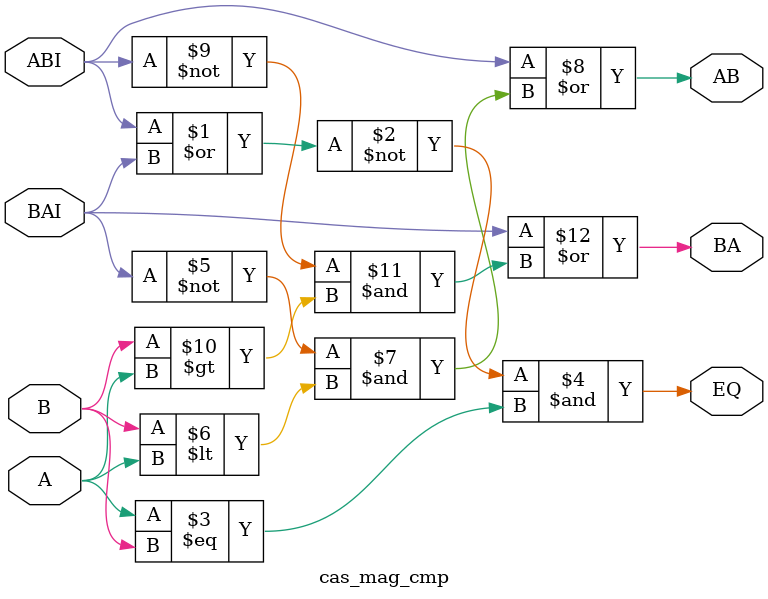
<source format=sv>

module cas_mag_cmp
(
    input A,
    input B,
    input ABI,
    input BAI,
    output AB,
    output EQ,
    output BA
);

assign EQ = (~(ABI | BAI) & (A == B));
assign AB = (ABI | (~BAI & (B<A)));
assign BA = (BAI | (~ABI & (B>A)));

endmodule
</source>
